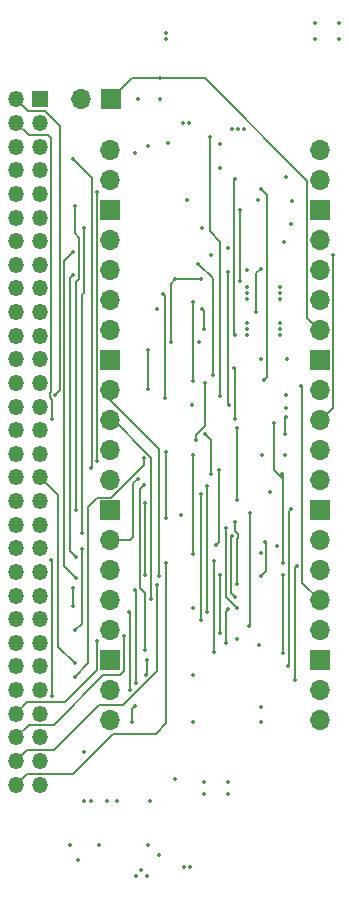
<source format=gbr>
%TF.GenerationSoftware,KiCad,Pcbnew,7.0.5-0*%
%TF.CreationDate,2023-06-15T10:43:23-05:00*%
%TF.ProjectId,PicoGUS,5069636f-4755-4532-9e6b-696361645f70,rev?*%
%TF.SameCoordinates,Original*%
%TF.FileFunction,Copper,L4,Bot*%
%TF.FilePolarity,Positive*%
%FSLAX46Y46*%
G04 Gerber Fmt 4.6, Leading zero omitted, Abs format (unit mm)*
G04 Created by KiCad (PCBNEW 7.0.5-0) date 2023-06-15 10:43:23*
%MOMM*%
%LPD*%
G01*
G04 APERTURE LIST*
%TA.AperFunction,ComponentPad*%
%ADD10R,1.700000X1.700000*%
%TD*%
%TA.AperFunction,ComponentPad*%
%ADD11O,1.700000X1.700000*%
%TD*%
%TA.AperFunction,ComponentPad*%
%ADD12R,1.350000X1.350000*%
%TD*%
%TA.AperFunction,ComponentPad*%
%ADD13O,1.350000X1.350000*%
%TD*%
%TA.AperFunction,ViaPad*%
%ADD14C,0.350000*%
%TD*%
%TA.AperFunction,Conductor*%
%ADD15C,0.200000*%
%TD*%
G04 APERTURE END LIST*
D10*
%TO.P,J6,1,Pin_1*%
%TO.N,UART_TX*%
X125354000Y-66040000D03*
D11*
%TO.P,J6,2,Pin_2*%
%TO.N,GND*%
X122814000Y-66040000D03*
%TD*%
D12*
%TO.P,J3,1,RESET*%
%TO.N,RESET*%
X119348000Y-66040000D03*
D13*
%TO.P,J3,2,DB7*%
%TO.N,D7*%
X117348000Y-66040000D03*
%TO.P,J3,3,VCC*%
%TO.N,+5V*%
X119348000Y-68040000D03*
%TO.P,J3,4,DB6*%
%TO.N,D6*%
X117348000Y-68040000D03*
%TO.P,J3,5,IRQ2*%
%TO.N,IRQ2*%
X119348000Y-70040000D03*
%TO.P,J3,6,DB5*%
%TO.N,D5*%
X117348000Y-70040000D03*
%TO.P,J3,7,-5V*%
%TO.N,unconnected-(J3--5V-Pad7)*%
X119348000Y-72040000D03*
%TO.P,J3,8,DB4*%
%TO.N,D4*%
X117348000Y-72040000D03*
%TO.P,J3,9,DRQ2*%
%TO.N,unconnected-(J3-DRQ2-Pad9)*%
X119348000Y-74040000D03*
%TO.P,J3,10,DB3*%
%TO.N,D3*%
X117348000Y-74040000D03*
%TO.P,J3,11,-12V*%
%TO.N,unconnected-(J3--12V-Pad11)*%
X119348000Y-76040000D03*
%TO.P,J3,12,DB2*%
%TO.N,D2*%
X117348000Y-76040000D03*
%TO.P,J3,13,UNUSED*%
%TO.N,unconnected-(J3-UNUSED-Pad13)*%
X119348000Y-78040000D03*
%TO.P,J3,14,DB1*%
%TO.N,D1*%
X117348000Y-78040000D03*
%TO.P,J3,15,+12V*%
%TO.N,unconnected-(J3-+12V-Pad15)*%
X119348000Y-80040000D03*
%TO.P,J3,16,DB0*%
%TO.N,D0*%
X117348000Y-80040000D03*
%TO.P,J3,17,GND*%
%TO.N,GND*%
X119348000Y-82040000D03*
%TO.P,J3,18,IO_READY*%
%TO.N,I{slash}OCHRDY*%
X117348000Y-82040000D03*
%TO.P,J3,19,~{SMEMW}*%
%TO.N,unconnected-(J3-~{SMEMW}-Pad19)*%
X119348000Y-84040000D03*
%TO.P,J3,20,AEN*%
%TO.N,AEN*%
X117348000Y-84040000D03*
%TO.P,J3,21,~{SMEMR}*%
%TO.N,unconnected-(J3-~{SMEMR}-Pad21)*%
X119348000Y-86040000D03*
%TO.P,J3,22,BA19*%
%TO.N,unconnected-(J3-BA19-Pad22)*%
X117348000Y-86040000D03*
%TO.P,J3,23,~{IOW}*%
%TO.N,~{IOW}*%
X119348000Y-88040000D03*
%TO.P,J3,24,BA18*%
%TO.N,unconnected-(J3-BA18-Pad24)*%
X117348000Y-88040000D03*
%TO.P,J3,25,~{IOR}*%
%TO.N,~{IOR}*%
X119348000Y-90040000D03*
%TO.P,J3,26,BA17*%
%TO.N,unconnected-(J3-BA17-Pad26)*%
X117348000Y-90040000D03*
%TO.P,J3,27,~{DACK3}*%
%TO.N,DACK3*%
X119348000Y-92040000D03*
%TO.P,J3,28,BA16*%
%TO.N,unconnected-(J3-BA16-Pad28)*%
X117348000Y-92040000D03*
%TO.P,J3,29,DRQ3*%
%TO.N,DRQ3*%
X119348000Y-94040000D03*
%TO.P,J3,30,BA15*%
%TO.N,unconnected-(J3-BA15-Pad30)*%
X117348000Y-94040000D03*
%TO.P,J3,31,~{DACK1}*%
%TO.N,DACK*%
X119348000Y-96040000D03*
%TO.P,J3,32,BA14*%
%TO.N,unconnected-(J3-BA14-Pad32)*%
X117348000Y-96040000D03*
%TO.P,J3,33,DRQ1*%
%TO.N,DRQ*%
X119348000Y-98040000D03*
%TO.P,J3,34,BA13*%
%TO.N,unconnected-(J3-BA13-Pad34)*%
X117348000Y-98040000D03*
%TO.P,J3,35,~{DACK0}*%
%TO.N,unconnected-(J3-~{DACK0}-Pad35)*%
X119348000Y-100040000D03*
%TO.P,J3,36,BA12*%
%TO.N,unconnected-(J3-BA12-Pad36)*%
X117348000Y-100040000D03*
%TO.P,J3,37,CLK*%
%TO.N,unconnected-(J3-CLK-Pad37)*%
X119348000Y-102040000D03*
%TO.P,J3,38,BA11*%
%TO.N,unconnected-(J3-BA11-Pad38)*%
X117348000Y-102040000D03*
%TO.P,J3,39,IRQ7*%
%TO.N,IRQ7*%
X119348000Y-104040000D03*
%TO.P,J3,40,BA10*%
%TO.N,unconnected-(J3-BA10-Pad40)*%
X117348000Y-104040000D03*
%TO.P,J3,41,IRQ6*%
%TO.N,unconnected-(J3-IRQ6-Pad41)*%
X119348000Y-106040000D03*
%TO.P,J3,42,BA09*%
%TO.N,A9*%
X117348000Y-106040000D03*
%TO.P,J3,43,IRQ5*%
%TO.N,IRQ*%
X119348000Y-108040000D03*
%TO.P,J3,44,BA08*%
%TO.N,A8*%
X117348000Y-108040000D03*
%TO.P,J3,45,IRQ4*%
%TO.N,IRQ4*%
X119348000Y-110040000D03*
%TO.P,J3,46,BA07*%
%TO.N,A7*%
X117348000Y-110040000D03*
%TO.P,J3,47,IRQ3*%
%TO.N,IRQ3*%
X119348000Y-112040000D03*
%TO.P,J3,48,BA06*%
%TO.N,A6*%
X117348000Y-112040000D03*
%TO.P,J3,49,~{DACK2}*%
%TO.N,unconnected-(J3-~{DACK2}-Pad49)*%
X119348000Y-114040000D03*
%TO.P,J3,50,BA05*%
%TO.N,A5*%
X117348000Y-114040000D03*
%TO.P,J3,51,TC*%
%TO.N,TC*%
X119348000Y-116040000D03*
%TO.P,J3,52,BA04*%
%TO.N,A4*%
X117348000Y-116040000D03*
%TO.P,J3,53,ALE*%
%TO.N,unconnected-(J3-ALE-Pad53)*%
X119348000Y-118040000D03*
%TO.P,J3,54,BA03*%
%TO.N,A3*%
X117348000Y-118040000D03*
%TO.P,J3,55,VCC*%
%TO.N,+5V*%
X119348000Y-120040000D03*
%TO.P,J3,56,BA02*%
%TO.N,A2*%
X117348000Y-120040000D03*
%TO.P,J3,57,OSC*%
%TO.N,unconnected-(J3-OSC-Pad57)*%
X119348000Y-122040000D03*
%TO.P,J3,58,BA01*%
%TO.N,A1*%
X117348000Y-122040000D03*
%TO.P,J3,59,GND*%
%TO.N,GND*%
X119348000Y-124040000D03*
%TO.P,J3,60,BA00*%
%TO.N,A0*%
X117348000Y-124040000D03*
%TD*%
D11*
%TO.P,U1,1,GPIO0*%
%TO.N,SPI_RX*%
X125290500Y-70358000D03*
%TO.P,U1,2,GPIO1*%
%TO.N,~{SPI_CS}*%
X125290500Y-72898000D03*
D10*
%TO.P,U1,3,GND*%
%TO.N,GND*%
X125290500Y-75438000D03*
D11*
%TO.P,U1,4,GPIO2*%
%TO.N,SPI_SCK*%
X125290500Y-77978000D03*
%TO.P,U1,5,GPIO3*%
%TO.N,SPI_TX*%
X125290500Y-80518000D03*
%TO.P,U1,6,GPIO4*%
%TO.N,~{RIOW}*%
X125290500Y-83058000D03*
%TO.P,U1,7,GPIO5*%
%TO.N,~{RIOR}*%
X125290500Y-85598000D03*
D10*
%TO.P,U1,8,GND*%
%TO.N,GND*%
X125290500Y-88138000D03*
D11*
%TO.P,U1,9,GPIO6*%
%TO.N,AD0*%
X125290500Y-90678000D03*
%TO.P,U1,10,GPIO7*%
%TO.N,AD1*%
X125290500Y-93218000D03*
%TO.P,U1,11,GPIO8*%
%TO.N,AD2*%
X125290500Y-95758000D03*
%TO.P,U1,12,GPIO9*%
%TO.N,AD3*%
X125290500Y-98298000D03*
D10*
%TO.P,U1,13,GND*%
%TO.N,GND*%
X125290500Y-100838000D03*
D11*
%TO.P,U1,14,GPIO10*%
%TO.N,AD4*%
X125290500Y-103378000D03*
%TO.P,U1,15,GPIO11*%
%TO.N,AD5*%
X125290500Y-105918000D03*
%TO.P,U1,16,GPIO12*%
%TO.N,AD6*%
X125290500Y-108458000D03*
%TO.P,U1,17,GPIO13*%
%TO.N,AD7*%
X125290500Y-110998000D03*
D10*
%TO.P,U1,18,GND*%
%TO.N,GND*%
X125290500Y-113538000D03*
D11*
%TO.P,U1,19,GPIO14*%
%TO.N,RA8*%
X125290500Y-116078000D03*
%TO.P,U1,20,GPIO15*%
%TO.N,RA9*%
X125290500Y-118618000D03*
%TO.P,U1,21,GPIO16*%
%TO.N,DIN*%
X143070500Y-118618000D03*
%TO.P,U1,22,GPIO17*%
%TO.N,BCK*%
X143070500Y-116078000D03*
D10*
%TO.P,U1,23,GND*%
%TO.N,GND*%
X143070500Y-113538000D03*
D11*
%TO.P,U1,24,GPIO18*%
%TO.N,LRCK*%
X143070500Y-110998000D03*
%TO.P,U1,25,GPIO19*%
%TO.N,~{RDACK}*%
X143070500Y-108458000D03*
%TO.P,U1,26,GPIO20*%
%TO.N,RTC*%
X143070500Y-105918000D03*
%TO.P,U1,27,GPIO21*%
%TO.N,RIRQ*%
X143070500Y-103378000D03*
D10*
%TO.P,U1,28,GND*%
%TO.N,GND*%
X143070500Y-100838000D03*
D11*
%TO.P,U1,29,GPIO22*%
%TO.N,RDRQ*%
X143070500Y-98298000D03*
%TO.P,U1,30,RUN*%
%TO.N,RUN*%
X143070500Y-95758000D03*
%TO.P,U1,31,GPIO26_ADC0*%
%TO.N,~{RI{slash}OCHRDY}*%
X143070500Y-93218000D03*
%TO.P,U1,32,GPIO27_ADC1*%
%TO.N,ADS*%
X143070500Y-90678000D03*
D10*
%TO.P,U1,33,AGND*%
%TO.N,GND*%
X143070500Y-88138000D03*
D11*
%TO.P,U1,34,GPIO28_ADC2*%
%TO.N,UART_TX*%
X143070500Y-85598000D03*
%TO.P,U1,35,ADC_VREF*%
%TO.N,unconnected-(U1-ADC_VREF-Pad35)*%
X143070500Y-83058000D03*
%TO.P,U1,36,3V3*%
%TO.N,+3V3*%
X143070500Y-80518000D03*
%TO.P,U1,37,3V3_EN*%
%TO.N,unconnected-(U1-3V3_EN-Pad37)*%
X143070500Y-77978000D03*
D10*
%TO.P,U1,38,GND*%
%TO.N,GND*%
X143070500Y-75438000D03*
D11*
%TO.P,U1,39,VSYS*%
%TO.N,/VSYS*%
X143070500Y-72898000D03*
%TO.P,U1,40,VBUS*%
%TO.N,unconnected-(U1-VBUS-Pad40)*%
X143070500Y-70358000D03*
%TD*%
D14*
%TO.N,A0*%
X130048000Y-105283000D03*
%TO.N,A1*%
X129286000Y-107188000D03*
%TO.N,A2*%
X134620000Y-111252000D03*
X134620000Y-106299000D03*
X126492000Y-111506000D03*
%TO.N,A3*%
X135255000Y-109220000D03*
X124206000Y-111887000D03*
X135074000Y-112068000D03*
%TO.N,A4*%
X128143000Y-96393000D03*
X122301000Y-114935000D03*
%TO.N,A5*%
X128270000Y-112649000D03*
X128143000Y-98679000D03*
%TO.N,A6*%
X134493000Y-97409000D03*
X134239000Y-103759000D03*
X122301000Y-110998000D03*
X122882000Y-104140000D03*
%TO.N,A7*%
X132969000Y-99441000D03*
X132969000Y-110109000D03*
%TO.N,A8*%
X122174000Y-107442000D03*
X126873000Y-109474000D03*
X122174000Y-108966000D03*
X127000000Y-116078000D03*
%TO.N,A9*%
X120396000Y-116586000D03*
X127127000Y-118745000D03*
X127381000Y-117400000D03*
X120269000Y-105029000D03*
%TO.N,D0*%
X122174000Y-80942000D03*
X122428000Y-104775000D03*
%TO.N,D1*%
X122428000Y-106553000D03*
X122174000Y-78994000D03*
%TO.N,D2*%
X122936000Y-102743000D03*
X138049000Y-106426000D03*
X138430000Y-103505000D03*
X123063000Y-76962000D03*
%TO.N,D3*%
X135890000Y-108204000D03*
X135636000Y-102997000D03*
X122301000Y-75057000D03*
X122428000Y-100838000D03*
%TO.N,D4*%
X124206000Y-96647000D03*
X124206000Y-73914000D03*
%TO.N,D5*%
X123698000Y-97282000D03*
X122174000Y-71120000D03*
%TO.N,D6*%
X133858000Y-97790000D03*
X120396000Y-93091000D03*
X133350000Y-94361000D03*
%TO.N,D7*%
X136017000Y-99949000D03*
X136017000Y-93853000D03*
X120650000Y-91059000D03*
%TO.N,GND*%
X127635000Y-66040000D03*
X140081000Y-96139000D03*
X129409000Y-130048000D03*
X135255000Y-123825000D03*
X121920000Y-129159000D03*
X129286000Y-83820000D03*
X136906000Y-80518000D03*
X137795000Y-74549000D03*
X130806000Y-123571000D03*
X144653000Y-60960000D03*
X140589000Y-76581000D03*
X133096000Y-76962000D03*
X136017000Y-111760000D03*
X130175000Y-69723000D03*
X123059000Y-121285000D03*
X136906000Y-85979000D03*
X131318000Y-101219000D03*
X124333000Y-129159000D03*
X140225500Y-88011000D03*
X134620000Y-71882000D03*
X142621000Y-60960000D03*
X133223000Y-124841000D03*
X123694000Y-125476000D03*
X142621000Y-59563000D03*
X132842000Y-86614000D03*
X139700000Y-84963000D03*
X138049000Y-118745000D03*
X136906000Y-84963000D03*
X139700000Y-85471000D03*
X132334000Y-114808000D03*
X131836000Y-74549000D03*
X132334000Y-118745000D03*
X139700000Y-85979000D03*
X135255000Y-124841000D03*
X136906000Y-85471000D03*
X138049000Y-117475000D03*
X128520000Y-129159000D03*
X144653000Y-59563000D03*
X140716000Y-74676000D03*
X135255000Y-78613000D03*
X139446000Y-103886000D03*
X133223000Y-123825000D03*
X125853000Y-125476000D03*
X127508000Y-131826000D03*
X129540000Y-66040000D03*
X128647000Y-125476000D03*
X132334000Y-109093000D03*
X127381000Y-70612000D03*
X140208000Y-91059000D03*
X132207000Y-91948000D03*
%TO.N,~{IOW}*%
X128524000Y-87249000D03*
X128524000Y-90551000D03*
%TO.N,+3V3*%
X133858000Y-79248000D03*
X122555000Y-130429000D03*
X139700000Y-81915000D03*
X137922000Y-112268000D03*
X128524000Y-69977000D03*
X132076000Y-131064000D03*
X136906000Y-82931000D03*
X136906000Y-82423000D03*
X128397000Y-131826000D03*
X138176000Y-96139000D03*
X131568000Y-131064000D03*
X123059000Y-125476000D03*
X140208000Y-92202000D03*
X130048000Y-60960000D03*
X125009000Y-125476000D03*
X138811000Y-99314000D03*
X127885000Y-131318000D03*
X140053000Y-78077000D03*
X134620000Y-69850000D03*
X138049000Y-104422000D03*
X140208000Y-72644000D03*
X130048000Y-60452000D03*
X138086000Y-88048000D03*
X139700000Y-82423000D03*
X139700000Y-82931000D03*
X136906000Y-81915000D03*
%TO.N,I{slash}OCHRDY*%
X138049000Y-80391000D03*
X137668000Y-84074000D03*
%TO.N,+5V*%
X136652000Y-68580000D03*
X131953000Y-68072000D03*
X136144000Y-68580000D03*
X131445000Y-68072000D03*
X135636000Y-68580000D03*
%TO.N,~{RIOR}*%
X133096000Y-83820000D03*
X133223000Y-85471000D03*
%TO.N,RESET*%
X134620000Y-91186000D03*
X133731000Y-69215000D03*
%TO.N,TC*%
X128333500Y-114744500D03*
X128397000Y-113538000D03*
%TO.N,BUSOE*%
X130810000Y-81280000D03*
X130429000Y-86614000D03*
X132969000Y-81220000D03*
%TO.N,RIRQ*%
X141097000Y-105537000D03*
X140970000Y-115189000D03*
%TO.N,~{RDACK}*%
X141478000Y-90297000D03*
%TO.N,RDRQ*%
X140589000Y-100711000D03*
X140335000Y-114046000D03*
%TO.N,RTC*%
X139954000Y-112903000D03*
X139954000Y-106299000D03*
%TO.N,IRQ*%
X127515000Y-115450000D03*
X127381000Y-107569000D03*
%TO.N,DACK*%
X133350000Y-90043000D03*
X132588000Y-94869000D03*
X138049000Y-73660000D03*
X138303000Y-89789000D03*
%TO.N,DRQ*%
X122301000Y-113792000D03*
%TO.N,AEN*%
X135890000Y-85979000D03*
X135890000Y-72771000D03*
%TO.N,ADS*%
X140081000Y-94361000D03*
X140208000Y-92964000D03*
X132334000Y-104521000D03*
X132334000Y-96139000D03*
%TO.N,~{BUSOE}*%
X134112000Y-105156000D03*
X139827000Y-97788000D03*
X135763000Y-88773000D03*
X135890000Y-93091000D03*
X134048500Y-112839500D03*
X139192000Y-93472000D03*
X139954000Y-105283000D03*
%TO.N,RUN*%
X135382000Y-91948000D03*
X135255000Y-80645000D03*
%TO.N,AD7*%
X137160000Y-101092000D03*
X137033000Y-110617000D03*
%TO.N,AD6*%
X133477000Y-109474000D03*
X133477000Y-98806000D03*
%TO.N,AD5*%
X128270000Y-100203000D03*
X128270000Y-106299000D03*
%TO.N,AD4*%
X127635000Y-98171000D03*
%TO.N,AD3*%
X135128000Y-102362000D03*
X136017000Y-109093000D03*
%TO.N,AD2*%
X130048000Y-101473000D03*
X136017000Y-107061000D03*
X135890000Y-101854000D03*
X130048000Y-95885000D03*
%TO.N,AD1*%
X128778000Y-108331000D03*
%TO.N,AD0*%
X129413000Y-106426000D03*
%TO.N,UART_TX*%
X129540000Y-64262000D03*
%TO.N,Net-(U5-Pad4)*%
X132334000Y-89916000D03*
X132334000Y-83185000D03*
%TO.N,Net-(U5-Pad6)*%
X129921000Y-91313000D03*
X129794000Y-82550000D03*
%TO.N,Net-(U6-Pad10)*%
X136271000Y-75438000D03*
X136271000Y-81407000D03*
%TO.N,Net-(U5-Pad12)*%
X132715000Y-80010000D03*
X133985000Y-89408000D03*
%TO.N,~{RI{slash}OCHRDY}*%
X144145000Y-79248000D03*
%TD*%
D15*
%TO.N,A0*%
X129159000Y-119761000D02*
X125503001Y-119761000D01*
X122151001Y-123113000D02*
X118275000Y-123113000D01*
X130048000Y-105283000D02*
X130048000Y-118872000D01*
X130048000Y-118872000D02*
X129159000Y-119761000D01*
X125503001Y-119761000D02*
X122151001Y-123113000D01*
X118275000Y-123113000D02*
X117348000Y-124040000D01*
%TO.N,A1*%
X117348000Y-122040000D02*
X118275000Y-121113000D01*
X118275000Y-121113000D02*
X120568000Y-121113000D01*
X120568000Y-121113000D02*
X124333000Y-117348000D01*
X126407409Y-117348000D02*
X129286000Y-114469409D01*
X124333000Y-117348000D02*
X126407409Y-117348000D01*
X129286000Y-114469409D02*
X129286000Y-107188000D01*
%TO.N,A2*%
X126492000Y-111506000D02*
X126492000Y-114454500D01*
X118421000Y-118967000D02*
X117348000Y-120040000D01*
X120555000Y-118967000D02*
X118421000Y-118967000D01*
X134620000Y-111252000D02*
X134620000Y-106299000D01*
X126492000Y-114454500D02*
X126138500Y-114808000D01*
X124714000Y-114808000D02*
X120555000Y-118967000D01*
X126138500Y-114808000D02*
X124714000Y-114808000D01*
%TO.N,A3*%
X121475500Y-117094000D02*
X118294000Y-117094000D01*
X118294000Y-117094000D02*
X117348000Y-118040000D01*
X124206000Y-111887000D02*
X124188500Y-111904500D01*
X124188500Y-114381000D02*
X121475500Y-117094000D01*
X135074000Y-112068000D02*
X135074000Y-109401000D01*
X124188500Y-111904500D02*
X124188500Y-114381000D01*
X135074000Y-109401000D02*
X135255000Y-109220000D01*
%TO.N,A4*%
X128143000Y-96393000D02*
X128143000Y-96968609D01*
X123444000Y-113792000D02*
X122301000Y-114935000D01*
X123444000Y-100530500D02*
X123444000Y-113792000D01*
X124213500Y-99761000D02*
X123444000Y-100530500D01*
X125350609Y-99761000D02*
X124213500Y-99761000D01*
X128143000Y-96968609D02*
X125350609Y-99761000D01*
%TO.N,A5*%
X128270000Y-107815947D02*
X128270000Y-112649000D01*
X127816000Y-107361947D02*
X128270000Y-107815947D01*
X128143000Y-98679000D02*
X127816000Y-99006000D01*
X127816000Y-99006000D02*
X127816000Y-107361947D01*
%TO.N,A6*%
X122882000Y-104140000D02*
X122882000Y-110417000D01*
X122882000Y-110417000D02*
X122301000Y-110998000D01*
X134493000Y-103505000D02*
X134493000Y-97409000D01*
X134239000Y-103759000D02*
X134493000Y-103505000D01*
%TO.N,A7*%
X132969000Y-99441000D02*
X132969000Y-110109000D01*
%TO.N,A8*%
X122174000Y-107442000D02*
X122174000Y-108966000D01*
X127000000Y-109601000D02*
X127000000Y-116078000D01*
X126873000Y-109474000D02*
X127000000Y-109601000D01*
%TO.N,A9*%
X127127000Y-117654000D02*
X127127000Y-118745000D01*
X127381000Y-117400000D02*
X127127000Y-117654000D01*
X120269000Y-105029000D02*
X120396000Y-105156000D01*
X120396000Y-105156000D02*
X120396000Y-116586000D01*
%TO.N,D0*%
X121920000Y-81196000D02*
X122174000Y-80942000D01*
X121920000Y-104267000D02*
X121920000Y-81196000D01*
X122428000Y-104775000D02*
X121920000Y-104267000D01*
%TO.N,D1*%
X122174000Y-78994000D02*
X121412000Y-79756000D01*
X121412000Y-79756000D02*
X121412000Y-105537000D01*
X121412000Y-105537000D02*
X122428000Y-106553000D01*
%TO.N,D2*%
X138049000Y-106426000D02*
X138503000Y-105972000D01*
X138503000Y-103578000D02*
X138430000Y-103505000D01*
X122936000Y-82550000D02*
X122936000Y-102743000D01*
X138503000Y-105972000D02*
X138503000Y-103578000D01*
X123063000Y-82423000D02*
X122936000Y-82550000D01*
X123063000Y-76962000D02*
X123063000Y-82423000D01*
%TO.N,D3*%
X135509000Y-107823000D02*
X135890000Y-108204000D01*
X122682000Y-81203053D02*
X122428000Y-81457053D01*
X122682000Y-77727527D02*
X122682000Y-81203053D01*
X122428000Y-81457053D02*
X122428000Y-100838000D01*
X135509000Y-103124000D02*
X135509000Y-107823000D01*
X135636000Y-102997000D02*
X135509000Y-103124000D01*
X122301000Y-75057000D02*
X122301000Y-77346527D01*
X122301000Y-77346527D02*
X122682000Y-77727527D01*
%TO.N,D4*%
X124206000Y-96647000D02*
X124206000Y-73914000D01*
%TO.N,D5*%
X123771000Y-97209000D02*
X123771000Y-96854053D01*
X123771000Y-96439947D02*
X123771000Y-74121053D01*
X123752000Y-96835053D02*
X123752000Y-96458947D01*
X123771000Y-74121053D02*
X123752000Y-74102053D01*
X123752000Y-74102053D02*
X123752000Y-72698000D01*
X123752000Y-72698000D02*
X122174000Y-71120000D01*
X123771000Y-96854053D02*
X123752000Y-96835053D01*
X123698000Y-97282000D02*
X123771000Y-97209000D01*
X123752000Y-96458947D02*
X123771000Y-96439947D01*
%TO.N,D6*%
X120396000Y-91447053D02*
X120196000Y-91247053D01*
X120196000Y-91247053D02*
X120196000Y-90859000D01*
X133858000Y-94869000D02*
X133858000Y-97790000D01*
X120015000Y-69088000D02*
X118396000Y-69088000D01*
X133350000Y-94361000D02*
X133858000Y-94869000D01*
X120196000Y-90859000D02*
X120250000Y-90805000D01*
X118396000Y-69088000D02*
X117348000Y-68040000D01*
X120396000Y-93091000D02*
X120396000Y-91447053D01*
X120250000Y-90805000D02*
X120250000Y-69323000D01*
X120250000Y-69323000D02*
X120015000Y-69088000D01*
%TO.N,D7*%
X121031000Y-90678000D02*
X121031000Y-68326000D01*
X120650000Y-91059000D02*
X121031000Y-90678000D01*
X119761000Y-67056000D02*
X118364000Y-67056000D01*
X118364000Y-67056000D02*
X117348000Y-66040000D01*
X136017000Y-99949000D02*
X136017000Y-93853000D01*
X121031000Y-68326000D02*
X119761000Y-67056000D01*
%TO.N,~{IOW}*%
X128524000Y-87249000D02*
X128524000Y-90551000D01*
%TO.N,I{slash}OCHRDY*%
X138049000Y-80391000D02*
X137668000Y-80772000D01*
X137668000Y-80772000D02*
X137668000Y-84074000D01*
%TO.N,~{RIOR}*%
X133223000Y-85471000D02*
X133223000Y-83947000D01*
X133223000Y-83947000D02*
X133096000Y-83820000D01*
%TO.N,RESET*%
X134620000Y-78101473D02*
X133731000Y-77212473D01*
X133731000Y-77212473D02*
X133731000Y-69215000D01*
X134620000Y-91186000D02*
X134620000Y-78101473D01*
%TO.N,TC*%
X128397000Y-113538000D02*
X128397000Y-114681000D01*
X128397000Y-114681000D02*
X128333500Y-114744500D01*
%TO.N,BUSOE*%
X130810000Y-81280000D02*
X132909000Y-81280000D01*
X130429000Y-81661000D02*
X130810000Y-81280000D01*
X130429000Y-86614000D02*
X130429000Y-81661000D01*
X132909000Y-81280000D02*
X132969000Y-81220000D01*
%TO.N,RIRQ*%
X140970000Y-115189000D02*
X140970000Y-105664000D01*
X140970000Y-105664000D02*
X141097000Y-105537000D01*
%TO.N,~{RDACK}*%
X141551000Y-90370000D02*
X141551000Y-106938500D01*
X141478000Y-90297000D02*
X141551000Y-90370000D01*
X141551000Y-106938500D02*
X143070500Y-108458000D01*
%TO.N,RDRQ*%
X140462000Y-113919000D02*
X140462000Y-100906500D01*
X140335000Y-114046000D02*
X140462000Y-113919000D01*
X140462000Y-100906500D02*
X140589000Y-100779500D01*
%TO.N,RTC*%
X139954000Y-112903000D02*
X139954000Y-106299000D01*
%TO.N,IRQ*%
X127508000Y-115443000D02*
X127515000Y-115450000D01*
X127508000Y-107696000D02*
X127508000Y-115443000D01*
X127381000Y-107569000D02*
X127508000Y-107696000D01*
%TO.N,DACK*%
X138540000Y-74151000D02*
X138540000Y-89552000D01*
X138540000Y-89552000D02*
X138303000Y-89789000D01*
X132588000Y-94480947D02*
X133350000Y-93718947D01*
X132588000Y-94869000D02*
X132588000Y-94480947D01*
X138049000Y-73660000D02*
X138540000Y-74151000D01*
X133350000Y-93718947D02*
X133350000Y-90043000D01*
%TO.N,DRQ*%
X119348000Y-98040000D02*
X120875000Y-99567000D01*
X120875000Y-99567000D02*
X120875000Y-112366000D01*
X120875000Y-112366000D02*
X122301000Y-113792000D01*
%TO.N,AEN*%
X135890000Y-85979000D02*
X135817000Y-85906000D01*
X135817000Y-85906000D02*
X135817000Y-72844000D01*
X135817000Y-72844000D02*
X135890000Y-72771000D01*
%TO.N,ADS*%
X132334000Y-104521000D02*
X132334000Y-96139000D01*
X140208000Y-92964000D02*
X140081000Y-93091000D01*
X140081000Y-93091000D02*
X140081000Y-94361000D01*
%TO.N,~{BUSOE}*%
X139954000Y-105283000D02*
X139954000Y-98171000D01*
X139954000Y-98171000D02*
X139192000Y-97409000D01*
X139954000Y-97915000D02*
X139954000Y-98171000D01*
X135763000Y-88773000D02*
X135890000Y-88900000D01*
X135890000Y-88900000D02*
X135890000Y-93091000D01*
X134048500Y-112839500D02*
X134112000Y-112776000D01*
X134112000Y-112776000D02*
X134112000Y-105156000D01*
X139192000Y-97409000D02*
X139192000Y-93472000D01*
X139827000Y-97788000D02*
X139954000Y-97915000D01*
%TO.N,RUN*%
X135255000Y-91821000D02*
X135255000Y-80645000D01*
X135382000Y-91948000D02*
X135255000Y-91821000D01*
%TO.N,AD7*%
X137160000Y-110490000D02*
X137033000Y-110617000D01*
X137160000Y-101092000D02*
X137160000Y-110490000D01*
%TO.N,AD6*%
X133477000Y-98806000D02*
X133477000Y-109474000D01*
%TO.N,AD5*%
X128270000Y-100203000D02*
X128270000Y-106299000D01*
%TO.N,AD4*%
X127000000Y-103378000D02*
X125290500Y-103378000D01*
X127635000Y-98171000D02*
X127254000Y-98552000D01*
X127254000Y-98552000D02*
X127254000Y-103124000D01*
X127254000Y-103124000D02*
X127000000Y-103378000D01*
%TO.N,AD3*%
X135128000Y-102362000D02*
X135128000Y-108204000D01*
X135128000Y-108204000D02*
X136017000Y-109093000D01*
%TO.N,AD2*%
X130048000Y-101473000D02*
X130048000Y-95885000D01*
X136090000Y-102808947D02*
X136090000Y-103185053D01*
X136017000Y-103258053D02*
X136017000Y-107061000D01*
X135890000Y-102608947D02*
X136090000Y-102808947D01*
X136090000Y-103185053D02*
X136017000Y-103258053D01*
X135890000Y-101854000D02*
X135890000Y-102608947D01*
%TO.N,AD1*%
X128324000Y-95939000D02*
X125603000Y-93218000D01*
X128331053Y-95939000D02*
X128324000Y-95939000D01*
X128778000Y-108331000D02*
X128778000Y-96385947D01*
X128778000Y-96385947D02*
X128331053Y-95939000D01*
%TO.N,AD0*%
X125290500Y-91508500D02*
X125290500Y-90678000D01*
X129413000Y-95631000D02*
X125290500Y-91508500D01*
X129413000Y-106426000D02*
X129413000Y-95631000D01*
%TO.N,UART_TX*%
X129540000Y-64262000D02*
X127132000Y-64262000D01*
X141993500Y-84521000D02*
X143070500Y-85598000D01*
X133350000Y-64262000D02*
X141993500Y-72905500D01*
X129540000Y-64262000D02*
X133350000Y-64262000D01*
X127132000Y-64262000D02*
X125354000Y-66040000D01*
X141993500Y-72905500D02*
X141993500Y-84521000D01*
%TO.N,Net-(U5-Pad4)*%
X132334000Y-89916000D02*
X132334000Y-83185000D01*
%TO.N,Net-(U5-Pad6)*%
X129921000Y-91313000D02*
X129921000Y-82677000D01*
X129921000Y-82677000D02*
X129794000Y-82550000D01*
%TO.N,Net-(U6-Pad10)*%
X136271000Y-81407000D02*
X136271000Y-75438000D01*
%TO.N,Net-(U5-Pad12)*%
X133985000Y-81153000D02*
X132715000Y-80010000D01*
X133985000Y-89408000D02*
X133985000Y-81153000D01*
%TO.N,~{RI{slash}OCHRDY}*%
X144145000Y-79248000D02*
X144147500Y-79250500D01*
X144147500Y-92141000D02*
X143070500Y-93218000D01*
X144147500Y-79250500D02*
X144147500Y-92141000D01*
%TD*%
M02*

</source>
